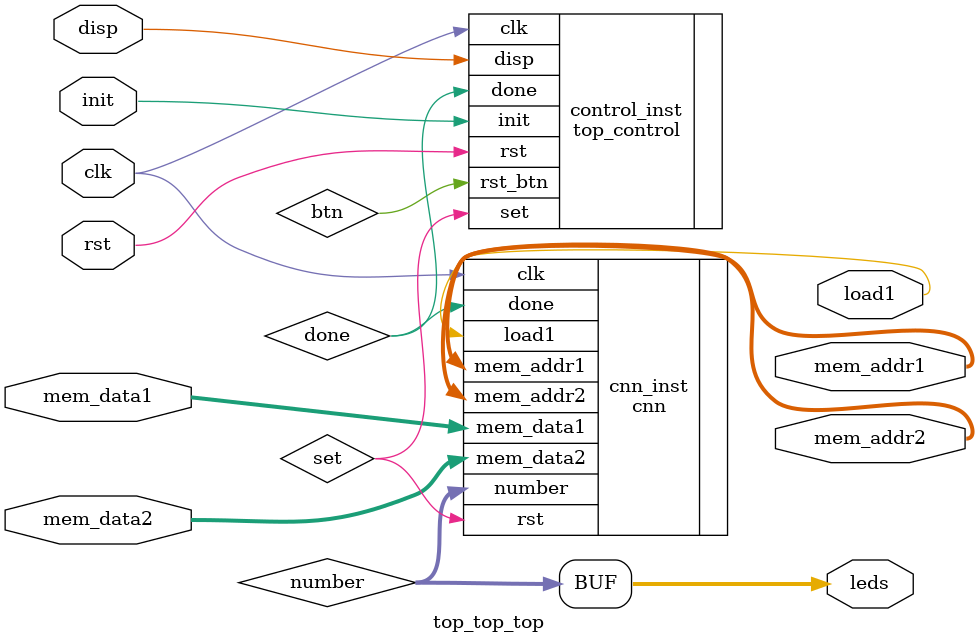
<source format=sv>


module top_top_top # (
    parameter ADDR_LEN1 = 9
)
 (
    input clk, rst,
        input wire signed [7:0] mem_data1, mem_data2,
        output wire [ADDR_LEN1:0] mem_addr1, mem_addr2,
        output wire load1, 
        output wire [3:0] leds,
        input wire init, disp
        
//       output wire oled_spi_clk, 
//       output wire oled_spi_data,
//       output wire oled_vdd,     
//       output wire oled_vbat,    
//       output wire oled_reset_n, 
//       output wire oled_dc_n     

    );
     
    wire done, btn, set;
    wire [3:0] number;
    
//    wire [2:0] led;
    
    assign leds = number;
//    wire [ADDR_LEN1:0] mem_addr1, mem_addr2;
//    wire signed [7:0] mem_data1, mem_data2;
    
 top_control control_inst
(
    .clk(clk),.rst(rst), 
    .done(done), .init(init), .rst_btn(btn), .set(set), .disp(disp)
 );
 
     cnn cnn_inst (
        .clk(clk),
        .rst(set),
        .number(number),
        .done(done),
        .load1(load1),
        .mem_addr1(mem_addr1),
        .mem_addr2(mem_addr2),
        .mem_data1(mem_data1),
        .mem_data2(mem_data2)
    );
    
    
    
//    display display_inst( .clock(clk), .reset(disp), .cnn_output(number), 
//    .oled_spi_clk(oled_spi_clk),
//    .oled_spi_data(oled_spi_data),
//    .oled_vdd(oled_vdd),
//    .oled_vbat(oled_vbat),
//    .oled_reset_n(oled_reset_n),
//    .oled_dc_n(oled_dc_n)
//);

    
//        image_mem mem_inst (
//        .clk(clk), .rst(rst), 
//        .load(load1),
//        .addr1(mem_addr1),
//        .addr2(mem_addr2),
//        .data_out1(mem_data1),
//        .data_out2(mem_data2)
//    );
//    leds ledsInst(
//    .clk(clk), .rst(rst),
//    .number(number), .disp(disp), .leds(leds), .set(set), .disp(disp));
    
endmodule

</source>
